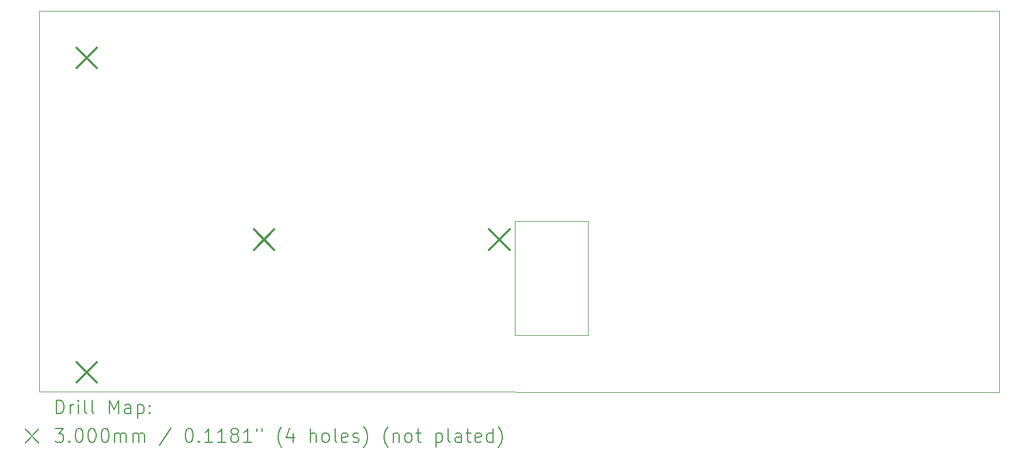
<source format=gbr>
%TF.GenerationSoftware,KiCad,Pcbnew,8.0.3*%
%TF.CreationDate,2024-11-03T20:58:58+01:00*%
%TF.ProjectId,Rev2_RGB2HDMI,52657632-5f52-4474-9232-48444d492e6b,rev?*%
%TF.SameCoordinates,Original*%
%TF.FileFunction,Drillmap*%
%TF.FilePolarity,Positive*%
%FSLAX45Y45*%
G04 Gerber Fmt 4.5, Leading zero omitted, Abs format (unit mm)*
G04 Created by KiCad (PCBNEW 8.0.3) date 2024-11-03 20:58:58*
%MOMM*%
%LPD*%
G01*
G04 APERTURE LIST*
%ADD10C,0.100000*%
%ADD11C,0.200000*%
%ADD12C,0.300000*%
G04 APERTURE END LIST*
D10*
X14445140Y-7290220D02*
X15520140Y-7290220D01*
X15520140Y-8965220D01*
X14445140Y-8965220D01*
X14445140Y-7290220D01*
X21560593Y-4200363D02*
X21563893Y-9801623D01*
X7445992Y-9798503D02*
X7445992Y-4198503D01*
X7445992Y-4198503D02*
X21560593Y-4200363D01*
X21563893Y-9801623D02*
X7445992Y-9798503D01*
D11*
D12*
X7995992Y-4736503D02*
X8295992Y-5036503D01*
X8295992Y-4736503D02*
X7995992Y-5036503D01*
X7998532Y-9359303D02*
X8298532Y-9659303D01*
X8298532Y-9359303D02*
X7998532Y-9659303D01*
X10603155Y-7409000D02*
X10903155Y-7709000D01*
X10903155Y-7409000D02*
X10603155Y-7709000D01*
X14063155Y-7409000D02*
X14363155Y-7709000D01*
X14363155Y-7409000D02*
X14063155Y-7709000D01*
D11*
X7701769Y-10118106D02*
X7701769Y-9918106D01*
X7701769Y-9918106D02*
X7749388Y-9918106D01*
X7749388Y-9918106D02*
X7777960Y-9927630D01*
X7777960Y-9927630D02*
X7797007Y-9946678D01*
X7797007Y-9946678D02*
X7806531Y-9965725D01*
X7806531Y-9965725D02*
X7816055Y-10003821D01*
X7816055Y-10003821D02*
X7816055Y-10032392D01*
X7816055Y-10032392D02*
X7806531Y-10070487D01*
X7806531Y-10070487D02*
X7797007Y-10089535D01*
X7797007Y-10089535D02*
X7777960Y-10108583D01*
X7777960Y-10108583D02*
X7749388Y-10118106D01*
X7749388Y-10118106D02*
X7701769Y-10118106D01*
X7901769Y-10118106D02*
X7901769Y-9984773D01*
X7901769Y-10022868D02*
X7911293Y-10003821D01*
X7911293Y-10003821D02*
X7920817Y-9994297D01*
X7920817Y-9994297D02*
X7939864Y-9984773D01*
X7939864Y-9984773D02*
X7958912Y-9984773D01*
X8025579Y-10118106D02*
X8025579Y-9984773D01*
X8025579Y-9918106D02*
X8016055Y-9927630D01*
X8016055Y-9927630D02*
X8025579Y-9937154D01*
X8025579Y-9937154D02*
X8035103Y-9927630D01*
X8035103Y-9927630D02*
X8025579Y-9918106D01*
X8025579Y-9918106D02*
X8025579Y-9937154D01*
X8149388Y-10118106D02*
X8130341Y-10108583D01*
X8130341Y-10108583D02*
X8120817Y-10089535D01*
X8120817Y-10089535D02*
X8120817Y-9918106D01*
X8254150Y-10118106D02*
X8235103Y-10108583D01*
X8235103Y-10108583D02*
X8225579Y-10089535D01*
X8225579Y-10089535D02*
X8225579Y-9918106D01*
X8482722Y-10118106D02*
X8482722Y-9918106D01*
X8482722Y-9918106D02*
X8549388Y-10060963D01*
X8549388Y-10060963D02*
X8616055Y-9918106D01*
X8616055Y-9918106D02*
X8616055Y-10118106D01*
X8797007Y-10118106D02*
X8797007Y-10013344D01*
X8797007Y-10013344D02*
X8787484Y-9994297D01*
X8787484Y-9994297D02*
X8768436Y-9984773D01*
X8768436Y-9984773D02*
X8730341Y-9984773D01*
X8730341Y-9984773D02*
X8711293Y-9994297D01*
X8797007Y-10108583D02*
X8777960Y-10118106D01*
X8777960Y-10118106D02*
X8730341Y-10118106D01*
X8730341Y-10118106D02*
X8711293Y-10108583D01*
X8711293Y-10108583D02*
X8701769Y-10089535D01*
X8701769Y-10089535D02*
X8701769Y-10070487D01*
X8701769Y-10070487D02*
X8711293Y-10051440D01*
X8711293Y-10051440D02*
X8730341Y-10041916D01*
X8730341Y-10041916D02*
X8777960Y-10041916D01*
X8777960Y-10041916D02*
X8797007Y-10032392D01*
X8892246Y-9984773D02*
X8892246Y-10184773D01*
X8892246Y-9994297D02*
X8911293Y-9984773D01*
X8911293Y-9984773D02*
X8949388Y-9984773D01*
X8949388Y-9984773D02*
X8968436Y-9994297D01*
X8968436Y-9994297D02*
X8977960Y-10003821D01*
X8977960Y-10003821D02*
X8987484Y-10022868D01*
X8987484Y-10022868D02*
X8987484Y-10080011D01*
X8987484Y-10080011D02*
X8977960Y-10099059D01*
X8977960Y-10099059D02*
X8968436Y-10108583D01*
X8968436Y-10108583D02*
X8949388Y-10118106D01*
X8949388Y-10118106D02*
X8911293Y-10118106D01*
X8911293Y-10118106D02*
X8892246Y-10108583D01*
X9073198Y-10099059D02*
X9082722Y-10108583D01*
X9082722Y-10108583D02*
X9073198Y-10118106D01*
X9073198Y-10118106D02*
X9063674Y-10108583D01*
X9063674Y-10108583D02*
X9073198Y-10099059D01*
X9073198Y-10099059D02*
X9073198Y-10118106D01*
X9073198Y-9994297D02*
X9082722Y-10003821D01*
X9082722Y-10003821D02*
X9073198Y-10013344D01*
X9073198Y-10013344D02*
X9063674Y-10003821D01*
X9063674Y-10003821D02*
X9073198Y-9994297D01*
X9073198Y-9994297D02*
X9073198Y-10013344D01*
X7240992Y-10346623D02*
X7440992Y-10546623D01*
X7440992Y-10346623D02*
X7240992Y-10546623D01*
X7682722Y-10338106D02*
X7806531Y-10338106D01*
X7806531Y-10338106D02*
X7739864Y-10414297D01*
X7739864Y-10414297D02*
X7768436Y-10414297D01*
X7768436Y-10414297D02*
X7787484Y-10423821D01*
X7787484Y-10423821D02*
X7797007Y-10433344D01*
X7797007Y-10433344D02*
X7806531Y-10452392D01*
X7806531Y-10452392D02*
X7806531Y-10500011D01*
X7806531Y-10500011D02*
X7797007Y-10519059D01*
X7797007Y-10519059D02*
X7787484Y-10528583D01*
X7787484Y-10528583D02*
X7768436Y-10538106D01*
X7768436Y-10538106D02*
X7711293Y-10538106D01*
X7711293Y-10538106D02*
X7692245Y-10528583D01*
X7692245Y-10528583D02*
X7682722Y-10519059D01*
X7892245Y-10519059D02*
X7901769Y-10528583D01*
X7901769Y-10528583D02*
X7892245Y-10538106D01*
X7892245Y-10538106D02*
X7882722Y-10528583D01*
X7882722Y-10528583D02*
X7892245Y-10519059D01*
X7892245Y-10519059D02*
X7892245Y-10538106D01*
X8025579Y-10338106D02*
X8044626Y-10338106D01*
X8044626Y-10338106D02*
X8063674Y-10347630D01*
X8063674Y-10347630D02*
X8073198Y-10357154D01*
X8073198Y-10357154D02*
X8082722Y-10376202D01*
X8082722Y-10376202D02*
X8092245Y-10414297D01*
X8092245Y-10414297D02*
X8092245Y-10461916D01*
X8092245Y-10461916D02*
X8082722Y-10500011D01*
X8082722Y-10500011D02*
X8073198Y-10519059D01*
X8073198Y-10519059D02*
X8063674Y-10528583D01*
X8063674Y-10528583D02*
X8044626Y-10538106D01*
X8044626Y-10538106D02*
X8025579Y-10538106D01*
X8025579Y-10538106D02*
X8006531Y-10528583D01*
X8006531Y-10528583D02*
X7997007Y-10519059D01*
X7997007Y-10519059D02*
X7987484Y-10500011D01*
X7987484Y-10500011D02*
X7977960Y-10461916D01*
X7977960Y-10461916D02*
X7977960Y-10414297D01*
X7977960Y-10414297D02*
X7987484Y-10376202D01*
X7987484Y-10376202D02*
X7997007Y-10357154D01*
X7997007Y-10357154D02*
X8006531Y-10347630D01*
X8006531Y-10347630D02*
X8025579Y-10338106D01*
X8216055Y-10338106D02*
X8235103Y-10338106D01*
X8235103Y-10338106D02*
X8254150Y-10347630D01*
X8254150Y-10347630D02*
X8263674Y-10357154D01*
X8263674Y-10357154D02*
X8273198Y-10376202D01*
X8273198Y-10376202D02*
X8282722Y-10414297D01*
X8282722Y-10414297D02*
X8282722Y-10461916D01*
X8282722Y-10461916D02*
X8273198Y-10500011D01*
X8273198Y-10500011D02*
X8263674Y-10519059D01*
X8263674Y-10519059D02*
X8254150Y-10528583D01*
X8254150Y-10528583D02*
X8235103Y-10538106D01*
X8235103Y-10538106D02*
X8216055Y-10538106D01*
X8216055Y-10538106D02*
X8197007Y-10528583D01*
X8197007Y-10528583D02*
X8187484Y-10519059D01*
X8187484Y-10519059D02*
X8177960Y-10500011D01*
X8177960Y-10500011D02*
X8168436Y-10461916D01*
X8168436Y-10461916D02*
X8168436Y-10414297D01*
X8168436Y-10414297D02*
X8177960Y-10376202D01*
X8177960Y-10376202D02*
X8187484Y-10357154D01*
X8187484Y-10357154D02*
X8197007Y-10347630D01*
X8197007Y-10347630D02*
X8216055Y-10338106D01*
X8406531Y-10338106D02*
X8425579Y-10338106D01*
X8425579Y-10338106D02*
X8444627Y-10347630D01*
X8444627Y-10347630D02*
X8454150Y-10357154D01*
X8454150Y-10357154D02*
X8463674Y-10376202D01*
X8463674Y-10376202D02*
X8473198Y-10414297D01*
X8473198Y-10414297D02*
X8473198Y-10461916D01*
X8473198Y-10461916D02*
X8463674Y-10500011D01*
X8463674Y-10500011D02*
X8454150Y-10519059D01*
X8454150Y-10519059D02*
X8444627Y-10528583D01*
X8444627Y-10528583D02*
X8425579Y-10538106D01*
X8425579Y-10538106D02*
X8406531Y-10538106D01*
X8406531Y-10538106D02*
X8387484Y-10528583D01*
X8387484Y-10528583D02*
X8377960Y-10519059D01*
X8377960Y-10519059D02*
X8368436Y-10500011D01*
X8368436Y-10500011D02*
X8358912Y-10461916D01*
X8358912Y-10461916D02*
X8358912Y-10414297D01*
X8358912Y-10414297D02*
X8368436Y-10376202D01*
X8368436Y-10376202D02*
X8377960Y-10357154D01*
X8377960Y-10357154D02*
X8387484Y-10347630D01*
X8387484Y-10347630D02*
X8406531Y-10338106D01*
X8558912Y-10538106D02*
X8558912Y-10404773D01*
X8558912Y-10423821D02*
X8568436Y-10414297D01*
X8568436Y-10414297D02*
X8587484Y-10404773D01*
X8587484Y-10404773D02*
X8616055Y-10404773D01*
X8616055Y-10404773D02*
X8635103Y-10414297D01*
X8635103Y-10414297D02*
X8644627Y-10433344D01*
X8644627Y-10433344D02*
X8644627Y-10538106D01*
X8644627Y-10433344D02*
X8654150Y-10414297D01*
X8654150Y-10414297D02*
X8673198Y-10404773D01*
X8673198Y-10404773D02*
X8701769Y-10404773D01*
X8701769Y-10404773D02*
X8720817Y-10414297D01*
X8720817Y-10414297D02*
X8730341Y-10433344D01*
X8730341Y-10433344D02*
X8730341Y-10538106D01*
X8825579Y-10538106D02*
X8825579Y-10404773D01*
X8825579Y-10423821D02*
X8835103Y-10414297D01*
X8835103Y-10414297D02*
X8854150Y-10404773D01*
X8854150Y-10404773D02*
X8882722Y-10404773D01*
X8882722Y-10404773D02*
X8901769Y-10414297D01*
X8901769Y-10414297D02*
X8911293Y-10433344D01*
X8911293Y-10433344D02*
X8911293Y-10538106D01*
X8911293Y-10433344D02*
X8920817Y-10414297D01*
X8920817Y-10414297D02*
X8939865Y-10404773D01*
X8939865Y-10404773D02*
X8968436Y-10404773D01*
X8968436Y-10404773D02*
X8987484Y-10414297D01*
X8987484Y-10414297D02*
X8997008Y-10433344D01*
X8997008Y-10433344D02*
X8997008Y-10538106D01*
X9387484Y-10328583D02*
X9216055Y-10585725D01*
X9644627Y-10338106D02*
X9663674Y-10338106D01*
X9663674Y-10338106D02*
X9682722Y-10347630D01*
X9682722Y-10347630D02*
X9692246Y-10357154D01*
X9692246Y-10357154D02*
X9701770Y-10376202D01*
X9701770Y-10376202D02*
X9711293Y-10414297D01*
X9711293Y-10414297D02*
X9711293Y-10461916D01*
X9711293Y-10461916D02*
X9701770Y-10500011D01*
X9701770Y-10500011D02*
X9692246Y-10519059D01*
X9692246Y-10519059D02*
X9682722Y-10528583D01*
X9682722Y-10528583D02*
X9663674Y-10538106D01*
X9663674Y-10538106D02*
X9644627Y-10538106D01*
X9644627Y-10538106D02*
X9625579Y-10528583D01*
X9625579Y-10528583D02*
X9616055Y-10519059D01*
X9616055Y-10519059D02*
X9606531Y-10500011D01*
X9606531Y-10500011D02*
X9597008Y-10461916D01*
X9597008Y-10461916D02*
X9597008Y-10414297D01*
X9597008Y-10414297D02*
X9606531Y-10376202D01*
X9606531Y-10376202D02*
X9616055Y-10357154D01*
X9616055Y-10357154D02*
X9625579Y-10347630D01*
X9625579Y-10347630D02*
X9644627Y-10338106D01*
X9797008Y-10519059D02*
X9806531Y-10528583D01*
X9806531Y-10528583D02*
X9797008Y-10538106D01*
X9797008Y-10538106D02*
X9787484Y-10528583D01*
X9787484Y-10528583D02*
X9797008Y-10519059D01*
X9797008Y-10519059D02*
X9797008Y-10538106D01*
X9997008Y-10538106D02*
X9882722Y-10538106D01*
X9939865Y-10538106D02*
X9939865Y-10338106D01*
X9939865Y-10338106D02*
X9920817Y-10366678D01*
X9920817Y-10366678D02*
X9901770Y-10385725D01*
X9901770Y-10385725D02*
X9882722Y-10395249D01*
X10187484Y-10538106D02*
X10073198Y-10538106D01*
X10130341Y-10538106D02*
X10130341Y-10338106D01*
X10130341Y-10338106D02*
X10111293Y-10366678D01*
X10111293Y-10366678D02*
X10092246Y-10385725D01*
X10092246Y-10385725D02*
X10073198Y-10395249D01*
X10301770Y-10423821D02*
X10282722Y-10414297D01*
X10282722Y-10414297D02*
X10273198Y-10404773D01*
X10273198Y-10404773D02*
X10263674Y-10385725D01*
X10263674Y-10385725D02*
X10263674Y-10376202D01*
X10263674Y-10376202D02*
X10273198Y-10357154D01*
X10273198Y-10357154D02*
X10282722Y-10347630D01*
X10282722Y-10347630D02*
X10301770Y-10338106D01*
X10301770Y-10338106D02*
X10339865Y-10338106D01*
X10339865Y-10338106D02*
X10358912Y-10347630D01*
X10358912Y-10347630D02*
X10368436Y-10357154D01*
X10368436Y-10357154D02*
X10377960Y-10376202D01*
X10377960Y-10376202D02*
X10377960Y-10385725D01*
X10377960Y-10385725D02*
X10368436Y-10404773D01*
X10368436Y-10404773D02*
X10358912Y-10414297D01*
X10358912Y-10414297D02*
X10339865Y-10423821D01*
X10339865Y-10423821D02*
X10301770Y-10423821D01*
X10301770Y-10423821D02*
X10282722Y-10433344D01*
X10282722Y-10433344D02*
X10273198Y-10442868D01*
X10273198Y-10442868D02*
X10263674Y-10461916D01*
X10263674Y-10461916D02*
X10263674Y-10500011D01*
X10263674Y-10500011D02*
X10273198Y-10519059D01*
X10273198Y-10519059D02*
X10282722Y-10528583D01*
X10282722Y-10528583D02*
X10301770Y-10538106D01*
X10301770Y-10538106D02*
X10339865Y-10538106D01*
X10339865Y-10538106D02*
X10358912Y-10528583D01*
X10358912Y-10528583D02*
X10368436Y-10519059D01*
X10368436Y-10519059D02*
X10377960Y-10500011D01*
X10377960Y-10500011D02*
X10377960Y-10461916D01*
X10377960Y-10461916D02*
X10368436Y-10442868D01*
X10368436Y-10442868D02*
X10358912Y-10433344D01*
X10358912Y-10433344D02*
X10339865Y-10423821D01*
X10568436Y-10538106D02*
X10454151Y-10538106D01*
X10511293Y-10538106D02*
X10511293Y-10338106D01*
X10511293Y-10338106D02*
X10492246Y-10366678D01*
X10492246Y-10366678D02*
X10473198Y-10385725D01*
X10473198Y-10385725D02*
X10454151Y-10395249D01*
X10644627Y-10338106D02*
X10644627Y-10376202D01*
X10720817Y-10338106D02*
X10720817Y-10376202D01*
X11016055Y-10614297D02*
X11006532Y-10604773D01*
X11006532Y-10604773D02*
X10987484Y-10576202D01*
X10987484Y-10576202D02*
X10977960Y-10557154D01*
X10977960Y-10557154D02*
X10968436Y-10528583D01*
X10968436Y-10528583D02*
X10958913Y-10480963D01*
X10958913Y-10480963D02*
X10958913Y-10442868D01*
X10958913Y-10442868D02*
X10968436Y-10395249D01*
X10968436Y-10395249D02*
X10977960Y-10366678D01*
X10977960Y-10366678D02*
X10987484Y-10347630D01*
X10987484Y-10347630D02*
X11006532Y-10319059D01*
X11006532Y-10319059D02*
X11016055Y-10309535D01*
X11177960Y-10404773D02*
X11177960Y-10538106D01*
X11130341Y-10328583D02*
X11082722Y-10471440D01*
X11082722Y-10471440D02*
X11206531Y-10471440D01*
X11435103Y-10538106D02*
X11435103Y-10338106D01*
X11520817Y-10538106D02*
X11520817Y-10433344D01*
X11520817Y-10433344D02*
X11511293Y-10414297D01*
X11511293Y-10414297D02*
X11492246Y-10404773D01*
X11492246Y-10404773D02*
X11463674Y-10404773D01*
X11463674Y-10404773D02*
X11444627Y-10414297D01*
X11444627Y-10414297D02*
X11435103Y-10423821D01*
X11644627Y-10538106D02*
X11625579Y-10528583D01*
X11625579Y-10528583D02*
X11616055Y-10519059D01*
X11616055Y-10519059D02*
X11606532Y-10500011D01*
X11606532Y-10500011D02*
X11606532Y-10442868D01*
X11606532Y-10442868D02*
X11616055Y-10423821D01*
X11616055Y-10423821D02*
X11625579Y-10414297D01*
X11625579Y-10414297D02*
X11644627Y-10404773D01*
X11644627Y-10404773D02*
X11673198Y-10404773D01*
X11673198Y-10404773D02*
X11692246Y-10414297D01*
X11692246Y-10414297D02*
X11701770Y-10423821D01*
X11701770Y-10423821D02*
X11711293Y-10442868D01*
X11711293Y-10442868D02*
X11711293Y-10500011D01*
X11711293Y-10500011D02*
X11701770Y-10519059D01*
X11701770Y-10519059D02*
X11692246Y-10528583D01*
X11692246Y-10528583D02*
X11673198Y-10538106D01*
X11673198Y-10538106D02*
X11644627Y-10538106D01*
X11825579Y-10538106D02*
X11806532Y-10528583D01*
X11806532Y-10528583D02*
X11797008Y-10509535D01*
X11797008Y-10509535D02*
X11797008Y-10338106D01*
X11977960Y-10528583D02*
X11958913Y-10538106D01*
X11958913Y-10538106D02*
X11920817Y-10538106D01*
X11920817Y-10538106D02*
X11901770Y-10528583D01*
X11901770Y-10528583D02*
X11892246Y-10509535D01*
X11892246Y-10509535D02*
X11892246Y-10433344D01*
X11892246Y-10433344D02*
X11901770Y-10414297D01*
X11901770Y-10414297D02*
X11920817Y-10404773D01*
X11920817Y-10404773D02*
X11958913Y-10404773D01*
X11958913Y-10404773D02*
X11977960Y-10414297D01*
X11977960Y-10414297D02*
X11987484Y-10433344D01*
X11987484Y-10433344D02*
X11987484Y-10452392D01*
X11987484Y-10452392D02*
X11892246Y-10471440D01*
X12063674Y-10528583D02*
X12082722Y-10538106D01*
X12082722Y-10538106D02*
X12120817Y-10538106D01*
X12120817Y-10538106D02*
X12139865Y-10528583D01*
X12139865Y-10528583D02*
X12149389Y-10509535D01*
X12149389Y-10509535D02*
X12149389Y-10500011D01*
X12149389Y-10500011D02*
X12139865Y-10480963D01*
X12139865Y-10480963D02*
X12120817Y-10471440D01*
X12120817Y-10471440D02*
X12092246Y-10471440D01*
X12092246Y-10471440D02*
X12073198Y-10461916D01*
X12073198Y-10461916D02*
X12063674Y-10442868D01*
X12063674Y-10442868D02*
X12063674Y-10433344D01*
X12063674Y-10433344D02*
X12073198Y-10414297D01*
X12073198Y-10414297D02*
X12092246Y-10404773D01*
X12092246Y-10404773D02*
X12120817Y-10404773D01*
X12120817Y-10404773D02*
X12139865Y-10414297D01*
X12216055Y-10614297D02*
X12225579Y-10604773D01*
X12225579Y-10604773D02*
X12244627Y-10576202D01*
X12244627Y-10576202D02*
X12254151Y-10557154D01*
X12254151Y-10557154D02*
X12263674Y-10528583D01*
X12263674Y-10528583D02*
X12273198Y-10480963D01*
X12273198Y-10480963D02*
X12273198Y-10442868D01*
X12273198Y-10442868D02*
X12263674Y-10395249D01*
X12263674Y-10395249D02*
X12254151Y-10366678D01*
X12254151Y-10366678D02*
X12244627Y-10347630D01*
X12244627Y-10347630D02*
X12225579Y-10319059D01*
X12225579Y-10319059D02*
X12216055Y-10309535D01*
X12577960Y-10614297D02*
X12568436Y-10604773D01*
X12568436Y-10604773D02*
X12549389Y-10576202D01*
X12549389Y-10576202D02*
X12539865Y-10557154D01*
X12539865Y-10557154D02*
X12530341Y-10528583D01*
X12530341Y-10528583D02*
X12520817Y-10480963D01*
X12520817Y-10480963D02*
X12520817Y-10442868D01*
X12520817Y-10442868D02*
X12530341Y-10395249D01*
X12530341Y-10395249D02*
X12539865Y-10366678D01*
X12539865Y-10366678D02*
X12549389Y-10347630D01*
X12549389Y-10347630D02*
X12568436Y-10319059D01*
X12568436Y-10319059D02*
X12577960Y-10309535D01*
X12654151Y-10404773D02*
X12654151Y-10538106D01*
X12654151Y-10423821D02*
X12663674Y-10414297D01*
X12663674Y-10414297D02*
X12682722Y-10404773D01*
X12682722Y-10404773D02*
X12711294Y-10404773D01*
X12711294Y-10404773D02*
X12730341Y-10414297D01*
X12730341Y-10414297D02*
X12739865Y-10433344D01*
X12739865Y-10433344D02*
X12739865Y-10538106D01*
X12863674Y-10538106D02*
X12844627Y-10528583D01*
X12844627Y-10528583D02*
X12835103Y-10519059D01*
X12835103Y-10519059D02*
X12825579Y-10500011D01*
X12825579Y-10500011D02*
X12825579Y-10442868D01*
X12825579Y-10442868D02*
X12835103Y-10423821D01*
X12835103Y-10423821D02*
X12844627Y-10414297D01*
X12844627Y-10414297D02*
X12863674Y-10404773D01*
X12863674Y-10404773D02*
X12892246Y-10404773D01*
X12892246Y-10404773D02*
X12911294Y-10414297D01*
X12911294Y-10414297D02*
X12920817Y-10423821D01*
X12920817Y-10423821D02*
X12930341Y-10442868D01*
X12930341Y-10442868D02*
X12930341Y-10500011D01*
X12930341Y-10500011D02*
X12920817Y-10519059D01*
X12920817Y-10519059D02*
X12911294Y-10528583D01*
X12911294Y-10528583D02*
X12892246Y-10538106D01*
X12892246Y-10538106D02*
X12863674Y-10538106D01*
X12987484Y-10404773D02*
X13063674Y-10404773D01*
X13016055Y-10338106D02*
X13016055Y-10509535D01*
X13016055Y-10509535D02*
X13025579Y-10528583D01*
X13025579Y-10528583D02*
X13044627Y-10538106D01*
X13044627Y-10538106D02*
X13063674Y-10538106D01*
X13282722Y-10404773D02*
X13282722Y-10604773D01*
X13282722Y-10414297D02*
X13301770Y-10404773D01*
X13301770Y-10404773D02*
X13339865Y-10404773D01*
X13339865Y-10404773D02*
X13358913Y-10414297D01*
X13358913Y-10414297D02*
X13368436Y-10423821D01*
X13368436Y-10423821D02*
X13377960Y-10442868D01*
X13377960Y-10442868D02*
X13377960Y-10500011D01*
X13377960Y-10500011D02*
X13368436Y-10519059D01*
X13368436Y-10519059D02*
X13358913Y-10528583D01*
X13358913Y-10528583D02*
X13339865Y-10538106D01*
X13339865Y-10538106D02*
X13301770Y-10538106D01*
X13301770Y-10538106D02*
X13282722Y-10528583D01*
X13492246Y-10538106D02*
X13473198Y-10528583D01*
X13473198Y-10528583D02*
X13463675Y-10509535D01*
X13463675Y-10509535D02*
X13463675Y-10338106D01*
X13654151Y-10538106D02*
X13654151Y-10433344D01*
X13654151Y-10433344D02*
X13644627Y-10414297D01*
X13644627Y-10414297D02*
X13625579Y-10404773D01*
X13625579Y-10404773D02*
X13587484Y-10404773D01*
X13587484Y-10404773D02*
X13568436Y-10414297D01*
X13654151Y-10528583D02*
X13635103Y-10538106D01*
X13635103Y-10538106D02*
X13587484Y-10538106D01*
X13587484Y-10538106D02*
X13568436Y-10528583D01*
X13568436Y-10528583D02*
X13558913Y-10509535D01*
X13558913Y-10509535D02*
X13558913Y-10490487D01*
X13558913Y-10490487D02*
X13568436Y-10471440D01*
X13568436Y-10471440D02*
X13587484Y-10461916D01*
X13587484Y-10461916D02*
X13635103Y-10461916D01*
X13635103Y-10461916D02*
X13654151Y-10452392D01*
X13720817Y-10404773D02*
X13797008Y-10404773D01*
X13749389Y-10338106D02*
X13749389Y-10509535D01*
X13749389Y-10509535D02*
X13758913Y-10528583D01*
X13758913Y-10528583D02*
X13777960Y-10538106D01*
X13777960Y-10538106D02*
X13797008Y-10538106D01*
X13939865Y-10528583D02*
X13920817Y-10538106D01*
X13920817Y-10538106D02*
X13882722Y-10538106D01*
X13882722Y-10538106D02*
X13863675Y-10528583D01*
X13863675Y-10528583D02*
X13854151Y-10509535D01*
X13854151Y-10509535D02*
X13854151Y-10433344D01*
X13854151Y-10433344D02*
X13863675Y-10414297D01*
X13863675Y-10414297D02*
X13882722Y-10404773D01*
X13882722Y-10404773D02*
X13920817Y-10404773D01*
X13920817Y-10404773D02*
X13939865Y-10414297D01*
X13939865Y-10414297D02*
X13949389Y-10433344D01*
X13949389Y-10433344D02*
X13949389Y-10452392D01*
X13949389Y-10452392D02*
X13854151Y-10471440D01*
X14120817Y-10538106D02*
X14120817Y-10338106D01*
X14120817Y-10528583D02*
X14101770Y-10538106D01*
X14101770Y-10538106D02*
X14063675Y-10538106D01*
X14063675Y-10538106D02*
X14044627Y-10528583D01*
X14044627Y-10528583D02*
X14035103Y-10519059D01*
X14035103Y-10519059D02*
X14025579Y-10500011D01*
X14025579Y-10500011D02*
X14025579Y-10442868D01*
X14025579Y-10442868D02*
X14035103Y-10423821D01*
X14035103Y-10423821D02*
X14044627Y-10414297D01*
X14044627Y-10414297D02*
X14063675Y-10404773D01*
X14063675Y-10404773D02*
X14101770Y-10404773D01*
X14101770Y-10404773D02*
X14120817Y-10414297D01*
X14197008Y-10614297D02*
X14206532Y-10604773D01*
X14206532Y-10604773D02*
X14225579Y-10576202D01*
X14225579Y-10576202D02*
X14235103Y-10557154D01*
X14235103Y-10557154D02*
X14244627Y-10528583D01*
X14244627Y-10528583D02*
X14254151Y-10480963D01*
X14254151Y-10480963D02*
X14254151Y-10442868D01*
X14254151Y-10442868D02*
X14244627Y-10395249D01*
X14244627Y-10395249D02*
X14235103Y-10366678D01*
X14235103Y-10366678D02*
X14225579Y-10347630D01*
X14225579Y-10347630D02*
X14206532Y-10319059D01*
X14206532Y-10319059D02*
X14197008Y-10309535D01*
M02*

</source>
